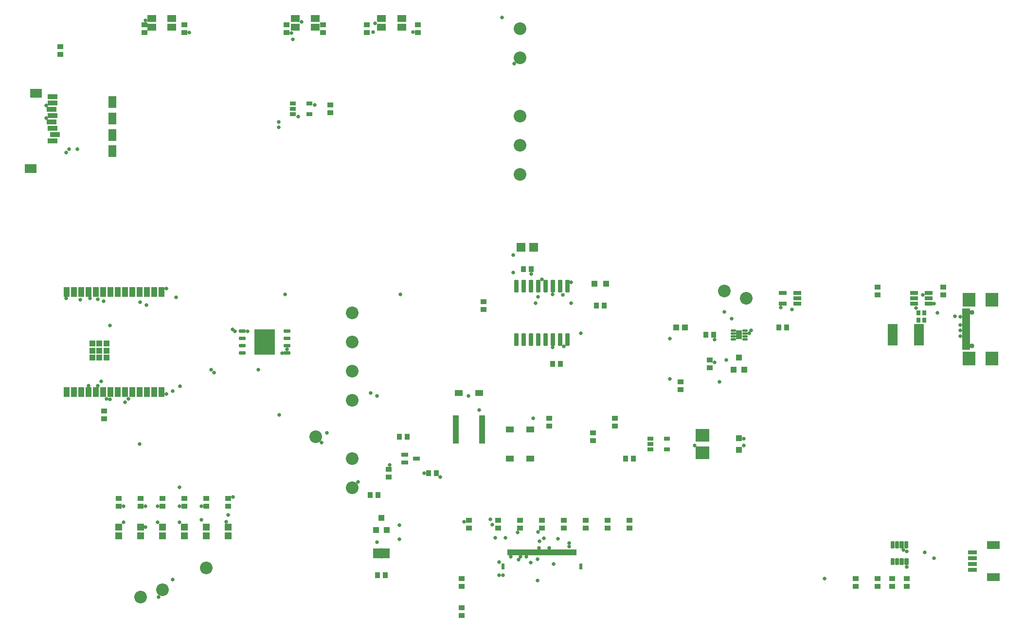
<source format=gbr>
G04 EAGLE Gerber RS-274X export*
G75*
%MOMM*%
%FSLAX34Y34*%
%LPD*%
%INSoldermask Top*%
%IPPOS*%
%AMOC8*
5,1,8,0,0,1.08239X$1,22.5*%
G01*
G04 Define Apertures*
%ADD10R,1.103200X0.903200*%
%ADD11R,1.403200X0.803200*%
%ADD12R,1.353200X0.503200*%
%ADD13R,2.203200X2.383200*%
%ADD14C,0.853200*%
%ADD15R,0.738300X0.847200*%
%ADD16R,1.703200X3.803200*%
%ADD17R,1.403200X2.003200*%
%ADD18R,2.103200X1.603200*%
%ADD19R,1.703200X0.903200*%
%ADD20R,1.003200X1.103200*%
%ADD21R,1.103200X1.003200*%
%ADD22R,0.903200X1.103200*%
%ADD23R,1.103200X0.803200*%
%ADD24R,2.403200X2.203200*%
%ADD25R,1.103200X1.703200*%
%ADD26R,1.003200X1.003200*%
%ADD27R,0.152400X1.828800*%
%ADD28R,1.371600X1.803400*%
%ADD29R,1.353200X1.003200*%
%ADD30R,1.253200X0.703200*%
%ADD31R,1.403200X0.753200*%
%ADD32R,0.503200X1.003200*%
%ADD33R,0.603200X1.003200*%
%ADD34C,0.330503*%
%ADD35R,1.603200X1.253200*%
%ADD36C,0.269722*%
%ADD37R,1.103200X1.503200*%
%ADD38C,0.349006*%
%ADD39R,1.603200X1.603200*%
%ADD40C,2.203200*%
%ADD41R,2.203200X1.403200*%
%ADD42R,1.553200X0.803200*%
%ADD43R,1.143200X1.173200*%
%ADD44C,0.315166*%
%ADD45R,3.603200X4.503200*%
%ADD46R,1.092200X5.029200*%
%ADD47C,0.655600*%
D10*
X1485900Y603100D03*
X1485900Y616100D03*
X1600200Y616100D03*
X1600200Y603100D03*
D11*
X1574600Y587400D03*
X1574600Y596900D03*
X1574600Y606400D03*
X1549600Y606400D03*
X1549600Y596900D03*
X1549600Y587400D03*
D12*
X1639620Y509500D03*
X1639620Y517500D03*
X1639620Y530500D03*
X1639620Y540500D03*
X1639620Y545500D03*
X1639620Y555500D03*
X1639620Y568500D03*
X1639620Y576500D03*
X1639620Y573500D03*
X1639620Y565500D03*
X1639620Y560500D03*
X1639620Y550500D03*
X1639620Y535500D03*
X1639620Y525500D03*
X1639620Y520500D03*
X1639620Y512500D03*
D13*
X1684670Y491900D03*
X1684670Y594100D03*
X1645370Y491900D03*
X1645370Y594100D03*
D14*
X1650370Y514100D03*
X1650370Y571900D03*
D15*
X1567175Y558800D03*
X1557025Y558800D03*
X1557025Y571500D03*
X1567175Y571500D03*
D16*
X1557580Y533400D03*
X1512580Y533400D03*
D17*
X154000Y853000D03*
X154000Y910000D03*
D18*
X11500Y823000D03*
X21500Y954500D03*
D19*
X50000Y871000D03*
X54000Y882000D03*
X50000Y893000D03*
X48000Y904000D03*
X50000Y915000D03*
X48000Y926000D03*
X50000Y937000D03*
X50000Y948000D03*
D17*
X154000Y881500D03*
X154000Y938500D03*
D10*
X63500Y1035200D03*
X63500Y1022200D03*
X1028700Y374500D03*
X1028700Y387500D03*
D20*
X1235100Y472600D03*
X1254100Y472600D03*
X1244600Y493600D03*
D21*
X1244600Y332400D03*
X1244600Y353400D03*
D22*
X1047600Y317500D03*
X1060600Y317500D03*
D23*
X1090900Y352400D03*
X1090900Y342900D03*
X1090900Y333400D03*
X1118900Y333400D03*
X1118900Y352400D03*
D10*
X990600Y349100D03*
X990600Y362100D03*
D24*
X1181100Y357900D03*
X1181100Y327900D03*
D25*
X74400Y433200D03*
X87100Y433200D03*
X99800Y433200D03*
X112500Y433200D03*
X125200Y433200D03*
X137900Y433200D03*
X150600Y433200D03*
X163300Y433200D03*
X176000Y433200D03*
X188700Y433200D03*
X201400Y433200D03*
X214100Y433200D03*
X226800Y433200D03*
X239500Y433200D03*
X239500Y608200D03*
X226800Y608200D03*
X214100Y608200D03*
X201400Y608200D03*
X188700Y608200D03*
X176000Y608200D03*
X163300Y608200D03*
X150600Y608200D03*
X137900Y608200D03*
X125200Y608200D03*
X112500Y608200D03*
X99800Y608200D03*
X87100Y608200D03*
X74400Y608200D03*
D26*
X131600Y505650D03*
X119100Y493150D03*
X119100Y505650D03*
X119100Y518150D03*
X131600Y493150D03*
X131600Y518150D03*
X144100Y493150D03*
X144100Y505650D03*
X144100Y518150D03*
D10*
X139700Y400200D03*
X139700Y387200D03*
D27*
X622300Y152400D03*
D28*
X614680Y152400D03*
X629920Y152400D03*
D22*
X615800Y114300D03*
X628800Y114300D03*
D10*
X635000Y285600D03*
X635000Y298600D03*
X914400Y374500D03*
X914400Y387500D03*
D29*
X846100Y317500D03*
X881100Y317500D03*
X881100Y368300D03*
X846100Y368300D03*
X792200Y431800D03*
X757200Y431800D03*
D22*
X704700Y292100D03*
X717700Y292100D03*
D30*
X662600Y324000D03*
X662600Y311000D03*
X683600Y317500D03*
D22*
X653900Y355600D03*
X666900Y355600D03*
X1187300Y533400D03*
X1200300Y533400D03*
D26*
X1150500Y546100D03*
X1135500Y546100D03*
D10*
X1143000Y438000D03*
X1143000Y451000D03*
D31*
X1346501Y587400D03*
X1346501Y596900D03*
X1346501Y606400D03*
X1320499Y606400D03*
X1320499Y587400D03*
D22*
X1314300Y546100D03*
X1327300Y546100D03*
D10*
X1193800Y476100D03*
X1193800Y489100D03*
D32*
X959200Y154200D03*
X954200Y154200D03*
X949200Y154200D03*
X944200Y154200D03*
X939200Y154200D03*
X934200Y154200D03*
X929200Y154200D03*
X924200Y154200D03*
X919200Y154200D03*
X914200Y154200D03*
X909200Y154200D03*
X904200Y154200D03*
X899200Y154200D03*
X894200Y154200D03*
X889200Y154200D03*
X884200Y154200D03*
X879200Y154200D03*
X874200Y154200D03*
X869200Y154200D03*
X864200Y154200D03*
X859200Y154200D03*
X854200Y154200D03*
X849200Y154200D03*
X844200Y154200D03*
D33*
X969200Y129200D03*
X834200Y129200D03*
D10*
X1054100Y196700D03*
X1054100Y209700D03*
D22*
X603100Y254000D03*
X616100Y254000D03*
D20*
X612800Y193200D03*
X631800Y193200D03*
X622300Y214200D03*
D34*
X1513864Y171424D02*
X1513864Y162536D01*
X1510136Y162536D01*
X1510136Y171424D01*
X1513864Y171424D01*
X1513864Y165676D02*
X1510136Y165676D01*
X1510136Y168816D02*
X1513864Y168816D01*
X1521864Y171424D02*
X1521864Y162536D01*
X1518136Y162536D01*
X1518136Y171424D01*
X1521864Y171424D01*
X1521864Y165676D02*
X1518136Y165676D01*
X1518136Y168816D02*
X1521864Y168816D01*
X1529864Y171424D02*
X1529864Y162536D01*
X1526136Y162536D01*
X1526136Y171424D01*
X1529864Y171424D01*
X1529864Y165676D02*
X1526136Y165676D01*
X1526136Y168816D02*
X1529864Y168816D01*
X1537864Y171424D02*
X1537864Y162536D01*
X1534136Y162536D01*
X1534136Y171424D01*
X1537864Y171424D01*
X1537864Y165676D02*
X1534136Y165676D01*
X1534136Y168816D02*
X1537864Y168816D01*
X1538064Y142264D02*
X1538064Y133376D01*
X1534336Y133376D01*
X1534336Y142264D01*
X1538064Y142264D01*
X1538064Y136516D02*
X1534336Y136516D01*
X1534336Y139656D02*
X1538064Y139656D01*
X1529864Y142264D02*
X1529864Y133376D01*
X1526136Y133376D01*
X1526136Y142264D01*
X1529864Y142264D01*
X1529864Y136516D02*
X1526136Y136516D01*
X1526136Y139656D02*
X1529864Y139656D01*
X1521864Y142264D02*
X1521864Y133376D01*
X1518136Y133376D01*
X1518136Y142264D01*
X1521864Y142264D01*
X1521864Y136516D02*
X1518136Y136516D01*
X1518136Y139656D02*
X1521864Y139656D01*
X1513864Y142264D02*
X1513864Y133376D01*
X1510136Y133376D01*
X1510136Y142264D01*
X1513864Y142264D01*
X1513864Y136516D02*
X1510136Y136516D01*
X1510136Y139656D02*
X1513864Y139656D01*
D10*
X1536700Y108100D03*
X1536700Y95100D03*
X1511300Y108100D03*
X1511300Y95100D03*
X1485900Y108100D03*
X1485900Y95100D03*
X1447800Y108100D03*
X1447800Y95100D03*
X533400Y920600D03*
X533400Y933600D03*
D23*
X468600Y936600D03*
X468600Y927100D03*
X468600Y917600D03*
X496600Y917600D03*
X496600Y936600D03*
D10*
X457200Y1060300D03*
X457200Y1073300D03*
D35*
X507500Y1084188D03*
X472500Y1084188D03*
X472500Y1069188D03*
X507500Y1069188D03*
D10*
X520700Y1060300D03*
X520700Y1073300D03*
X209730Y1060300D03*
X209730Y1073300D03*
D35*
X657500Y1084188D03*
X622500Y1084188D03*
X622500Y1069188D03*
X657500Y1069188D03*
D10*
X279400Y1060300D03*
X279400Y1073300D03*
X596900Y1060300D03*
X596900Y1073300D03*
D35*
X257500Y1084188D03*
X222500Y1084188D03*
X222500Y1069188D03*
X257500Y1069188D03*
D10*
X685800Y1060300D03*
X685800Y1073300D03*
D36*
X1231282Y539882D02*
X1238218Y539882D01*
X1231282Y539882D02*
X1231282Y541918D01*
X1238218Y541918D01*
X1238218Y539882D01*
X1238218Y534882D02*
X1231282Y534882D01*
X1231282Y536918D01*
X1238218Y536918D01*
X1238218Y534882D01*
X1238218Y529882D02*
X1231282Y529882D01*
X1231282Y531918D01*
X1238218Y531918D01*
X1238218Y529882D01*
X1238218Y524882D02*
X1231282Y524882D01*
X1231282Y526918D01*
X1238218Y526918D01*
X1238218Y524882D01*
X1250982Y524882D02*
X1257918Y524882D01*
X1250982Y524882D02*
X1250982Y526918D01*
X1257918Y526918D01*
X1257918Y524882D01*
X1257918Y529882D02*
X1250982Y529882D01*
X1250982Y531918D01*
X1257918Y531918D01*
X1257918Y529882D01*
X1257918Y534882D02*
X1250982Y534882D01*
X1250982Y536918D01*
X1257918Y536918D01*
X1257918Y534882D01*
X1257918Y539882D02*
X1250982Y539882D01*
X1250982Y541918D01*
X1257918Y541918D01*
X1257918Y539882D01*
D37*
X1244600Y533400D03*
D38*
X943929Y608529D02*
X943929Y627571D01*
X948371Y627571D01*
X948371Y608529D01*
X943929Y608529D01*
X943929Y611844D02*
X948371Y611844D01*
X948371Y615159D02*
X943929Y615159D01*
X943929Y618474D02*
X948371Y618474D01*
X948371Y621789D02*
X943929Y621789D01*
X943929Y625104D02*
X948371Y625104D01*
X931229Y627571D02*
X931229Y608529D01*
X931229Y627571D02*
X935671Y627571D01*
X935671Y608529D01*
X931229Y608529D01*
X931229Y611844D02*
X935671Y611844D01*
X935671Y615159D02*
X931229Y615159D01*
X931229Y618474D02*
X935671Y618474D01*
X935671Y621789D02*
X931229Y621789D01*
X931229Y625104D02*
X935671Y625104D01*
X918529Y627571D02*
X918529Y608529D01*
X918529Y627571D02*
X922971Y627571D01*
X922971Y608529D01*
X918529Y608529D01*
X918529Y611844D02*
X922971Y611844D01*
X922971Y615159D02*
X918529Y615159D01*
X918529Y618474D02*
X922971Y618474D01*
X922971Y621789D02*
X918529Y621789D01*
X918529Y625104D02*
X922971Y625104D01*
X905829Y627571D02*
X905829Y608529D01*
X905829Y627571D02*
X910271Y627571D01*
X910271Y608529D01*
X905829Y608529D01*
X905829Y611844D02*
X910271Y611844D01*
X910271Y615159D02*
X905829Y615159D01*
X905829Y618474D02*
X910271Y618474D01*
X910271Y621789D02*
X905829Y621789D01*
X905829Y625104D02*
X910271Y625104D01*
X893129Y627571D02*
X893129Y608529D01*
X893129Y627571D02*
X897571Y627571D01*
X897571Y608529D01*
X893129Y608529D01*
X893129Y611844D02*
X897571Y611844D01*
X897571Y615159D02*
X893129Y615159D01*
X893129Y618474D02*
X897571Y618474D01*
X897571Y621789D02*
X893129Y621789D01*
X893129Y625104D02*
X897571Y625104D01*
X880429Y627571D02*
X880429Y608529D01*
X880429Y627571D02*
X884871Y627571D01*
X884871Y608529D01*
X880429Y608529D01*
X880429Y611844D02*
X884871Y611844D01*
X884871Y615159D02*
X880429Y615159D01*
X880429Y618474D02*
X884871Y618474D01*
X884871Y621789D02*
X880429Y621789D01*
X880429Y625104D02*
X884871Y625104D01*
X867729Y627571D02*
X867729Y608529D01*
X867729Y627571D02*
X872171Y627571D01*
X872171Y608529D01*
X867729Y608529D01*
X867729Y611844D02*
X872171Y611844D01*
X872171Y615159D02*
X867729Y615159D01*
X867729Y618474D02*
X872171Y618474D01*
X872171Y621789D02*
X867729Y621789D01*
X867729Y625104D02*
X872171Y625104D01*
X855029Y627571D02*
X855029Y608529D01*
X855029Y627571D02*
X859471Y627571D01*
X859471Y608529D01*
X855029Y608529D01*
X855029Y611844D02*
X859471Y611844D01*
X859471Y615159D02*
X855029Y615159D01*
X855029Y618474D02*
X859471Y618474D01*
X859471Y621789D02*
X855029Y621789D01*
X855029Y625104D02*
X859471Y625104D01*
X855029Y534471D02*
X855029Y515429D01*
X855029Y534471D02*
X859471Y534471D01*
X859471Y515429D01*
X855029Y515429D01*
X855029Y518744D02*
X859471Y518744D01*
X859471Y522059D02*
X855029Y522059D01*
X855029Y525374D02*
X859471Y525374D01*
X859471Y528689D02*
X855029Y528689D01*
X855029Y532004D02*
X859471Y532004D01*
X867729Y534471D02*
X867729Y515429D01*
X867729Y534471D02*
X872171Y534471D01*
X872171Y515429D01*
X867729Y515429D01*
X867729Y518744D02*
X872171Y518744D01*
X872171Y522059D02*
X867729Y522059D01*
X867729Y525374D02*
X872171Y525374D01*
X872171Y528689D02*
X867729Y528689D01*
X867729Y532004D02*
X872171Y532004D01*
X880429Y534471D02*
X880429Y515429D01*
X880429Y534471D02*
X884871Y534471D01*
X884871Y515429D01*
X880429Y515429D01*
X880429Y518744D02*
X884871Y518744D01*
X884871Y522059D02*
X880429Y522059D01*
X880429Y525374D02*
X884871Y525374D01*
X884871Y528689D02*
X880429Y528689D01*
X880429Y532004D02*
X884871Y532004D01*
X893129Y534471D02*
X893129Y515429D01*
X893129Y534471D02*
X897571Y534471D01*
X897571Y515429D01*
X893129Y515429D01*
X893129Y518744D02*
X897571Y518744D01*
X897571Y522059D02*
X893129Y522059D01*
X893129Y525374D02*
X897571Y525374D01*
X897571Y528689D02*
X893129Y528689D01*
X893129Y532004D02*
X897571Y532004D01*
X905829Y534471D02*
X905829Y515429D01*
X905829Y534471D02*
X910271Y534471D01*
X910271Y515429D01*
X905829Y515429D01*
X905829Y518744D02*
X910271Y518744D01*
X910271Y522059D02*
X905829Y522059D01*
X905829Y525374D02*
X910271Y525374D01*
X910271Y528689D02*
X905829Y528689D01*
X905829Y532004D02*
X910271Y532004D01*
X918529Y534471D02*
X918529Y515429D01*
X918529Y534471D02*
X922971Y534471D01*
X922971Y515429D01*
X918529Y515429D01*
X918529Y518744D02*
X922971Y518744D01*
X922971Y522059D02*
X918529Y522059D01*
X918529Y525374D02*
X922971Y525374D01*
X922971Y528689D02*
X918529Y528689D01*
X918529Y532004D02*
X922971Y532004D01*
X931229Y534471D02*
X931229Y515429D01*
X931229Y534471D02*
X935671Y534471D01*
X935671Y515429D01*
X931229Y515429D01*
X931229Y518744D02*
X935671Y518744D01*
X935671Y522059D02*
X931229Y522059D01*
X931229Y525374D02*
X935671Y525374D01*
X935671Y528689D02*
X931229Y528689D01*
X931229Y532004D02*
X935671Y532004D01*
X943929Y534471D02*
X943929Y515429D01*
X943929Y534471D02*
X948371Y534471D01*
X948371Y515429D01*
X943929Y515429D01*
X943929Y518744D02*
X948371Y518744D01*
X948371Y522059D02*
X943929Y522059D01*
X943929Y525374D02*
X948371Y525374D01*
X948371Y528689D02*
X943929Y528689D01*
X943929Y532004D02*
X948371Y532004D01*
D20*
X992800Y622300D03*
X1013800Y622300D03*
D22*
X996800Y584200D03*
X1009800Y584200D03*
D10*
X800100Y577700D03*
X800100Y590700D03*
D39*
X887300Y685800D03*
X865300Y685800D03*
D22*
X882800Y647700D03*
X869800Y647700D03*
X920600Y482600D03*
X933600Y482600D03*
D40*
X863600Y1066800D03*
X863600Y1016000D03*
X1219200Y609600D03*
X863600Y914400D03*
X863600Y863600D03*
X863600Y812800D03*
X203200Y76200D03*
X241300Y88900D03*
X508000Y355600D03*
X317500Y127000D03*
X571500Y571500D03*
X571500Y520700D03*
X571500Y266700D03*
X571500Y469900D03*
X571500Y419100D03*
X1257300Y596900D03*
X571500Y317500D03*
D41*
X1687750Y111000D03*
X1687750Y167000D03*
D42*
X1651000Y124000D03*
X1651000Y134000D03*
X1651000Y144000D03*
X1651000Y154000D03*
D43*
X165100Y183000D03*
X165100Y198000D03*
D10*
X165100Y234800D03*
X165100Y247800D03*
X1016000Y196700D03*
X1016000Y209700D03*
X977900Y196700D03*
X977900Y209700D03*
X939800Y196700D03*
X939800Y209700D03*
X901700Y196700D03*
X901700Y209700D03*
X863600Y196700D03*
X863600Y209700D03*
X825500Y196700D03*
X825500Y209700D03*
X774700Y196700D03*
X774700Y209700D03*
X762000Y95100D03*
X762000Y108100D03*
X762000Y44300D03*
X762000Y57300D03*
X203200Y234800D03*
X203200Y247800D03*
D43*
X203200Y183000D03*
X203200Y198000D03*
D10*
X241300Y234800D03*
X241300Y247800D03*
X317500Y234800D03*
X317500Y247800D03*
X355600Y234800D03*
X355600Y247800D03*
X279400Y234800D03*
X279400Y247800D03*
D43*
X317500Y183000D03*
X317500Y198000D03*
X355600Y183000D03*
X355600Y198000D03*
X279400Y183000D03*
X279400Y198000D03*
X241300Y183000D03*
X241300Y198000D03*
D44*
X376010Y538110D02*
X384290Y538110D01*
X376010Y538110D02*
X376010Y541390D01*
X384290Y541390D01*
X384290Y538110D01*
X384290Y541104D02*
X376010Y541104D01*
X376010Y525410D02*
X384290Y525410D01*
X376010Y525410D02*
X376010Y528690D01*
X384290Y528690D01*
X384290Y525410D01*
X384290Y528404D02*
X376010Y528404D01*
X376010Y512710D02*
X384290Y512710D01*
X376010Y512710D02*
X376010Y515990D01*
X384290Y515990D01*
X384290Y512710D01*
X384290Y515704D02*
X376010Y515704D01*
X376010Y500010D02*
X384290Y500010D01*
X376010Y500010D02*
X376010Y503290D01*
X384290Y503290D01*
X384290Y500010D01*
X384290Y503004D02*
X376010Y503004D01*
X453910Y500010D02*
X462190Y500010D01*
X453910Y500010D02*
X453910Y503290D01*
X462190Y503290D01*
X462190Y500010D01*
X462190Y503004D02*
X453910Y503004D01*
X453910Y512710D02*
X462190Y512710D01*
X453910Y512710D02*
X453910Y515990D01*
X462190Y515990D01*
X462190Y512710D01*
X462190Y515704D02*
X453910Y515704D01*
X453910Y525410D02*
X462190Y525410D01*
X453910Y525410D02*
X453910Y528690D01*
X462190Y528690D01*
X462190Y525410D01*
X462190Y528404D02*
X453910Y528404D01*
X453910Y538110D02*
X462190Y538110D01*
X453910Y538110D02*
X453910Y541390D01*
X462190Y541390D01*
X462190Y538110D01*
X462190Y541104D02*
X453910Y541104D01*
D45*
X419100Y520700D03*
D46*
X751840Y368300D03*
X797560Y368300D03*
D47*
X1565050Y602475D03*
X938338Y602475D03*
X894710Y599013D03*
X258995Y434890D03*
X1584440Y587933D03*
X952188Y588625D03*
X890555Y588625D03*
X247915Y430043D03*
X1630145Y540843D03*
X1630145Y550538D03*
X1552585Y580315D03*
X74098Y596935D03*
X74098Y851083D03*
X506218Y933490D03*
X477133Y913408D03*
X637100Y306085D03*
X696655Y292235D03*
X1202180Y524915D03*
X1202180Y484750D03*
X1167555Y340710D03*
X614940Y171740D03*
X1589980Y571313D03*
X1630145Y531148D03*
X1620450Y565773D03*
X1630145Y564388D03*
X355253Y219523D03*
X352483Y207058D03*
X364255Y250685D03*
X78945Y856623D03*
X112878Y444585D03*
X894018Y141963D03*
X234758Y76175D03*
X211905Y234758D03*
X449433Y501370D03*
X211905Y198055D03*
X150273Y420348D03*
X93488Y856623D03*
X134345Y452203D03*
X173818Y234758D03*
X173818Y206365D03*
X362870Y542920D03*
X98335Y594165D03*
X38780Y932798D03*
X655105Y603860D03*
X1219493Y573390D03*
X1231958Y560925D03*
X1253425Y351790D03*
X1253425Y340710D03*
X468130Y1048445D03*
X465360Y1059525D03*
X150273Y549153D03*
X483365Y1078223D03*
X920333Y511065D03*
X920333Y603860D03*
X527685Y362178D03*
X882938Y639178D03*
X952880Y624635D03*
X182128Y421733D03*
X389878Y539458D03*
X454280Y603860D03*
X905098Y178665D03*
X517990Y345558D03*
X331015Y467438D03*
X811610Y211905D03*
X581700Y277000D03*
X175895Y415500D03*
X444585Y394033D03*
X232680Y234758D03*
X232680Y206365D03*
X144040Y421733D03*
X38780Y911330D03*
X128805Y444585D03*
X896788Y162045D03*
X258995Y106645D03*
X458435Y507603D03*
X247915Y613555D03*
X611478Y1076145D03*
X288080Y1060218D03*
X443893Y904405D03*
X443893Y894710D03*
X837925Y179358D03*
X820613Y179358D03*
X308855Y234758D03*
X308855Y210520D03*
X201518Y342788D03*
X270768Y234758D03*
X270768Y206365D03*
X367718Y539458D03*
X271460Y443200D03*
X270768Y267305D03*
X608015Y1060910D03*
X677265Y1060910D03*
X128805Y595550D03*
X211905Y1080993D03*
X114955Y596935D03*
X832385Y1085840D03*
X138500Y592088D03*
X853853Y1006203D03*
X265228Y598320D03*
X901635Y630175D03*
X1584440Y144040D03*
X1530425Y157890D03*
X1265890Y540843D03*
X939723Y513143D03*
X202210Y590010D03*
X1536658Y128805D03*
X1536658Y155813D03*
X1567820Y154428D03*
X1262428Y535995D03*
X969500Y535995D03*
X213290Y585163D03*
X914100Y162045D03*
X614940Y426580D03*
X326168Y472285D03*
X407883Y472285D03*
X653720Y201518D03*
X653720Y176588D03*
X886400Y387800D03*
X774215Y426580D03*
X847620Y146118D03*
X815073Y202210D03*
X833770Y114263D03*
X882245Y136423D03*
X929335Y177973D03*
X792220Y402343D03*
X949418Y170355D03*
X724355Y285310D03*
X949418Y164123D03*
X766598Y207058D03*
X1124620Y526300D03*
X1124620Y456358D03*
X1210490Y451510D03*
X1336525Y577545D03*
X1222263Y489598D03*
X1317828Y581008D03*
X851775Y641948D03*
X851775Y672418D03*
X827538Y137115D03*
X827538Y114263D03*
X864240Y146118D03*
X894710Y189745D03*
X860778Y141270D03*
X859393Y189053D03*
X874628Y146118D03*
X897480Y173818D03*
X922410Y133653D03*
X894018Y105260D03*
X603860Y431428D03*
X1393310Y108723D03*
M02*

</source>
